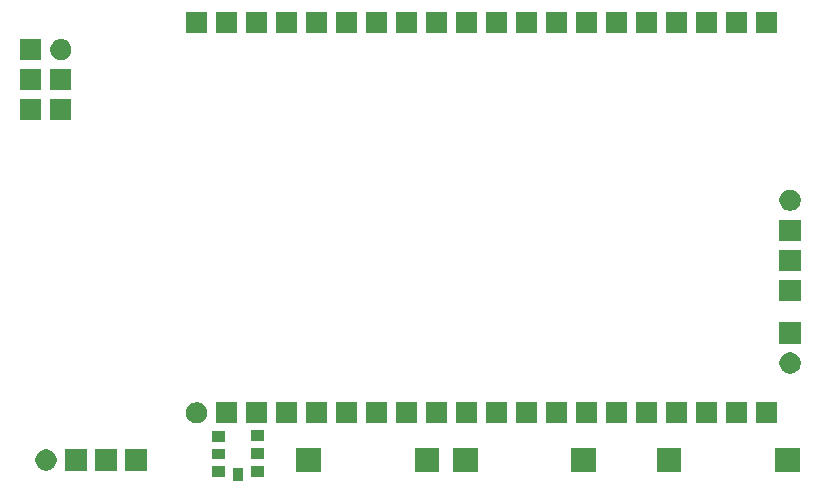
<source format=gbr>
G04 #@! TF.GenerationSoftware,KiCad,Pcbnew,(5.1.2-1)-1*
G04 #@! TF.CreationDate,2019-10-19T13:23:49+03:00*
G04 #@! TF.ProjectId,mag,6d61672e-6b69-4636-9164-5f7063625858,rev?*
G04 #@! TF.SameCoordinates,Original*
G04 #@! TF.FileFunction,Soldermask,Top*
G04 #@! TF.FilePolarity,Negative*
%FSLAX46Y46*%
G04 Gerber Fmt 4.6, Leading zero omitted, Abs format (unit mm)*
G04 Created by KiCad (PCBNEW (5.1.2-1)-1) date 2019-10-19 13:23:49*
%MOMM*%
%LPD*%
G04 APERTURE LIST*
%ADD10C,0.100000*%
G04 APERTURE END LIST*
D10*
G36*
X121700000Y-80750000D02*
G01*
X120800000Y-80750000D01*
X120800000Y-79650000D01*
X121700000Y-79650000D01*
X121700000Y-80750000D01*
X121700000Y-80750000D01*
G37*
G36*
X123450000Y-80450000D02*
G01*
X122350000Y-80450000D01*
X122350000Y-79550000D01*
X123450000Y-79550000D01*
X123450000Y-80450000D01*
X123450000Y-80450000D01*
G37*
G36*
X120150000Y-80450000D02*
G01*
X119050000Y-80450000D01*
X119050000Y-79550000D01*
X120150000Y-79550000D01*
X120150000Y-80450000D01*
X120150000Y-80450000D01*
G37*
G36*
X141550000Y-80050000D02*
G01*
X139450000Y-80050000D01*
X139450000Y-77950000D01*
X141550000Y-77950000D01*
X141550000Y-80050000D01*
X141550000Y-80050000D01*
G37*
G36*
X138300000Y-80050000D02*
G01*
X136200000Y-80050000D01*
X136200000Y-77950000D01*
X138300000Y-77950000D01*
X138300000Y-80050000D01*
X138300000Y-80050000D01*
G37*
G36*
X128300000Y-80050000D02*
G01*
X126200000Y-80050000D01*
X126200000Y-77950000D01*
X128300000Y-77950000D01*
X128300000Y-80050000D01*
X128300000Y-80050000D01*
G37*
G36*
X151550000Y-80050000D02*
G01*
X149450000Y-80050000D01*
X149450000Y-77950000D01*
X151550000Y-77950000D01*
X151550000Y-80050000D01*
X151550000Y-80050000D01*
G37*
G36*
X158800000Y-80050000D02*
G01*
X156700000Y-80050000D01*
X156700000Y-77950000D01*
X158800000Y-77950000D01*
X158800000Y-80050000D01*
X158800000Y-80050000D01*
G37*
G36*
X168800000Y-80050000D02*
G01*
X166700000Y-80050000D01*
X166700000Y-77950000D01*
X168800000Y-77950000D01*
X168800000Y-80050000D01*
X168800000Y-80050000D01*
G37*
G36*
X113520000Y-79900000D02*
G01*
X111720000Y-79900000D01*
X111720000Y-78100000D01*
X113520000Y-78100000D01*
X113520000Y-79900000D01*
X113520000Y-79900000D01*
G37*
G36*
X110980000Y-79900000D02*
G01*
X109180000Y-79900000D01*
X109180000Y-78100000D01*
X110980000Y-78100000D01*
X110980000Y-79900000D01*
X110980000Y-79900000D01*
G37*
G36*
X108440000Y-79900000D02*
G01*
X106640000Y-79900000D01*
X106640000Y-78100000D01*
X108440000Y-78100000D01*
X108440000Y-79900000D01*
X108440000Y-79900000D01*
G37*
G36*
X105262520Y-78134586D02*
G01*
X105262522Y-78134587D01*
X105262523Y-78134587D01*
X105323025Y-78159648D01*
X105426310Y-78202430D01*
X105573717Y-78300924D01*
X105699076Y-78426283D01*
X105797570Y-78573690D01*
X105865414Y-78737480D01*
X105900000Y-78911358D01*
X105900000Y-79088642D01*
X105865414Y-79262520D01*
X105797570Y-79426310D01*
X105699076Y-79573717D01*
X105573717Y-79699076D01*
X105426310Y-79797570D01*
X105323025Y-79840352D01*
X105262523Y-79865413D01*
X105262522Y-79865413D01*
X105262520Y-79865414D01*
X105088642Y-79900000D01*
X104911358Y-79900000D01*
X104737480Y-79865414D01*
X104737478Y-79865413D01*
X104737477Y-79865413D01*
X104676975Y-79840352D01*
X104573690Y-79797570D01*
X104426283Y-79699076D01*
X104300924Y-79573717D01*
X104202430Y-79426310D01*
X104134586Y-79262520D01*
X104100000Y-79088642D01*
X104100000Y-78911358D01*
X104134586Y-78737480D01*
X104202430Y-78573690D01*
X104300924Y-78426283D01*
X104426283Y-78300924D01*
X104573690Y-78202430D01*
X104676975Y-78159648D01*
X104737477Y-78134587D01*
X104737478Y-78134587D01*
X104737480Y-78134586D01*
X104911358Y-78100000D01*
X105088642Y-78100000D01*
X105262520Y-78134586D01*
X105262520Y-78134586D01*
G37*
G36*
X120150000Y-78950000D02*
G01*
X119050000Y-78950000D01*
X119050000Y-78050000D01*
X120150000Y-78050000D01*
X120150000Y-78950000D01*
X120150000Y-78950000D01*
G37*
G36*
X123450000Y-78900000D02*
G01*
X122350000Y-78900000D01*
X122350000Y-78000000D01*
X123450000Y-78000000D01*
X123450000Y-78900000D01*
X123450000Y-78900000D01*
G37*
G36*
X120150000Y-77450000D02*
G01*
X119050000Y-77450000D01*
X119050000Y-76550000D01*
X120150000Y-76550000D01*
X120150000Y-77450000D01*
X120150000Y-77450000D01*
G37*
G36*
X123450000Y-77400000D02*
G01*
X122350000Y-77400000D01*
X122350000Y-76500000D01*
X123450000Y-76500000D01*
X123450000Y-77400000D01*
X123450000Y-77400000D01*
G37*
G36*
X123730000Y-75900000D02*
G01*
X121930000Y-75900000D01*
X121930000Y-74100000D01*
X123730000Y-74100000D01*
X123730000Y-75900000D01*
X123730000Y-75900000D01*
G37*
G36*
X121190000Y-75900000D02*
G01*
X119390000Y-75900000D01*
X119390000Y-74100000D01*
X121190000Y-74100000D01*
X121190000Y-75900000D01*
X121190000Y-75900000D01*
G37*
G36*
X118012520Y-74134586D02*
G01*
X118012522Y-74134587D01*
X118012523Y-74134587D01*
X118073025Y-74159648D01*
X118176310Y-74202430D01*
X118323717Y-74300924D01*
X118449076Y-74426283D01*
X118547570Y-74573690D01*
X118615414Y-74737480D01*
X118650000Y-74911358D01*
X118650000Y-75088642D01*
X118615414Y-75262520D01*
X118547570Y-75426310D01*
X118449076Y-75573717D01*
X118323717Y-75699076D01*
X118176310Y-75797570D01*
X118073025Y-75840352D01*
X118012523Y-75865413D01*
X118012522Y-75865413D01*
X118012520Y-75865414D01*
X117838642Y-75900000D01*
X117661358Y-75900000D01*
X117487480Y-75865414D01*
X117487478Y-75865413D01*
X117487477Y-75865413D01*
X117426975Y-75840352D01*
X117323690Y-75797570D01*
X117176283Y-75699076D01*
X117050924Y-75573717D01*
X116952430Y-75426310D01*
X116884586Y-75262520D01*
X116850000Y-75088642D01*
X116850000Y-74911358D01*
X116884586Y-74737480D01*
X116952430Y-74573690D01*
X117050924Y-74426283D01*
X117176283Y-74300924D01*
X117323690Y-74202430D01*
X117426975Y-74159648D01*
X117487477Y-74134587D01*
X117487478Y-74134587D01*
X117487480Y-74134586D01*
X117661358Y-74100000D01*
X117838642Y-74100000D01*
X118012520Y-74134586D01*
X118012520Y-74134586D01*
G37*
G36*
X166910000Y-75900000D02*
G01*
X165110000Y-75900000D01*
X165110000Y-74100000D01*
X166910000Y-74100000D01*
X166910000Y-75900000D01*
X166910000Y-75900000D01*
G37*
G36*
X164370000Y-75900000D02*
G01*
X162570000Y-75900000D01*
X162570000Y-74100000D01*
X164370000Y-74100000D01*
X164370000Y-75900000D01*
X164370000Y-75900000D01*
G37*
G36*
X161830000Y-75900000D02*
G01*
X160030000Y-75900000D01*
X160030000Y-74100000D01*
X161830000Y-74100000D01*
X161830000Y-75900000D01*
X161830000Y-75900000D01*
G37*
G36*
X159290000Y-75900000D02*
G01*
X157490000Y-75900000D01*
X157490000Y-74100000D01*
X159290000Y-74100000D01*
X159290000Y-75900000D01*
X159290000Y-75900000D01*
G37*
G36*
X156750000Y-75900000D02*
G01*
X154950000Y-75900000D01*
X154950000Y-74100000D01*
X156750000Y-74100000D01*
X156750000Y-75900000D01*
X156750000Y-75900000D01*
G37*
G36*
X154210000Y-75900000D02*
G01*
X152410000Y-75900000D01*
X152410000Y-74100000D01*
X154210000Y-74100000D01*
X154210000Y-75900000D01*
X154210000Y-75900000D01*
G37*
G36*
X151670000Y-75900000D02*
G01*
X149870000Y-75900000D01*
X149870000Y-74100000D01*
X151670000Y-74100000D01*
X151670000Y-75900000D01*
X151670000Y-75900000D01*
G37*
G36*
X149130000Y-75900000D02*
G01*
X147330000Y-75900000D01*
X147330000Y-74100000D01*
X149130000Y-74100000D01*
X149130000Y-75900000D01*
X149130000Y-75900000D01*
G37*
G36*
X146590000Y-75900000D02*
G01*
X144790000Y-75900000D01*
X144790000Y-74100000D01*
X146590000Y-74100000D01*
X146590000Y-75900000D01*
X146590000Y-75900000D01*
G37*
G36*
X144050000Y-75900000D02*
G01*
X142250000Y-75900000D01*
X142250000Y-74100000D01*
X144050000Y-74100000D01*
X144050000Y-75900000D01*
X144050000Y-75900000D01*
G37*
G36*
X141510000Y-75900000D02*
G01*
X139710000Y-75900000D01*
X139710000Y-74100000D01*
X141510000Y-74100000D01*
X141510000Y-75900000D01*
X141510000Y-75900000D01*
G37*
G36*
X138970000Y-75900000D02*
G01*
X137170000Y-75900000D01*
X137170000Y-74100000D01*
X138970000Y-74100000D01*
X138970000Y-75900000D01*
X138970000Y-75900000D01*
G37*
G36*
X136430000Y-75900000D02*
G01*
X134630000Y-75900000D01*
X134630000Y-74100000D01*
X136430000Y-74100000D01*
X136430000Y-75900000D01*
X136430000Y-75900000D01*
G37*
G36*
X133890000Y-75900000D02*
G01*
X132090000Y-75900000D01*
X132090000Y-74100000D01*
X133890000Y-74100000D01*
X133890000Y-75900000D01*
X133890000Y-75900000D01*
G37*
G36*
X131350000Y-75900000D02*
G01*
X129550000Y-75900000D01*
X129550000Y-74100000D01*
X131350000Y-74100000D01*
X131350000Y-75900000D01*
X131350000Y-75900000D01*
G37*
G36*
X128810000Y-75900000D02*
G01*
X127010000Y-75900000D01*
X127010000Y-74100000D01*
X128810000Y-74100000D01*
X128810000Y-75900000D01*
X128810000Y-75900000D01*
G37*
G36*
X126270000Y-75900000D02*
G01*
X124470000Y-75900000D01*
X124470000Y-74100000D01*
X126270000Y-74100000D01*
X126270000Y-75900000D01*
X126270000Y-75900000D01*
G37*
G36*
X168262520Y-69924586D02*
G01*
X168262522Y-69924587D01*
X168262523Y-69924587D01*
X168323025Y-69949648D01*
X168426310Y-69992430D01*
X168573717Y-70090924D01*
X168699076Y-70216283D01*
X168797570Y-70363690D01*
X168865414Y-70527480D01*
X168900000Y-70701358D01*
X168900000Y-70878642D01*
X168865414Y-71052520D01*
X168797570Y-71216310D01*
X168699076Y-71363717D01*
X168573717Y-71489076D01*
X168426310Y-71587570D01*
X168323025Y-71630352D01*
X168262523Y-71655413D01*
X168262522Y-71655413D01*
X168262520Y-71655414D01*
X168088642Y-71690000D01*
X167911358Y-71690000D01*
X167737480Y-71655414D01*
X167737478Y-71655413D01*
X167737477Y-71655413D01*
X167676975Y-71630352D01*
X167573690Y-71587570D01*
X167426283Y-71489076D01*
X167300924Y-71363717D01*
X167202430Y-71216310D01*
X167134586Y-71052520D01*
X167100000Y-70878642D01*
X167100000Y-70701358D01*
X167134586Y-70527480D01*
X167202430Y-70363690D01*
X167300924Y-70216283D01*
X167426283Y-70090924D01*
X167573690Y-69992430D01*
X167676975Y-69949648D01*
X167737477Y-69924587D01*
X167737478Y-69924587D01*
X167737480Y-69924586D01*
X167911358Y-69890000D01*
X168088642Y-69890000D01*
X168262520Y-69924586D01*
X168262520Y-69924586D01*
G37*
G36*
X168900000Y-69150000D02*
G01*
X167100000Y-69150000D01*
X167100000Y-67350000D01*
X168900000Y-67350000D01*
X168900000Y-69150000D01*
X168900000Y-69150000D01*
G37*
G36*
X168900000Y-65520000D02*
G01*
X167100000Y-65520000D01*
X167100000Y-63720000D01*
X168900000Y-63720000D01*
X168900000Y-65520000D01*
X168900000Y-65520000D01*
G37*
G36*
X168900000Y-62980000D02*
G01*
X167100000Y-62980000D01*
X167100000Y-61180000D01*
X168900000Y-61180000D01*
X168900000Y-62980000D01*
X168900000Y-62980000D01*
G37*
G36*
X168900000Y-60440000D02*
G01*
X167100000Y-60440000D01*
X167100000Y-58640000D01*
X168900000Y-58640000D01*
X168900000Y-60440000D01*
X168900000Y-60440000D01*
G37*
G36*
X168262520Y-56134586D02*
G01*
X168262522Y-56134587D01*
X168262523Y-56134587D01*
X168323025Y-56159648D01*
X168426310Y-56202430D01*
X168573717Y-56300924D01*
X168699076Y-56426283D01*
X168797570Y-56573690D01*
X168865414Y-56737480D01*
X168900000Y-56911358D01*
X168900000Y-57088642D01*
X168865414Y-57262520D01*
X168797570Y-57426310D01*
X168699076Y-57573717D01*
X168573717Y-57699076D01*
X168426310Y-57797570D01*
X168323025Y-57840352D01*
X168262523Y-57865413D01*
X168262522Y-57865413D01*
X168262520Y-57865414D01*
X168088642Y-57900000D01*
X167911358Y-57900000D01*
X167737480Y-57865414D01*
X167737478Y-57865413D01*
X167737477Y-57865413D01*
X167676975Y-57840352D01*
X167573690Y-57797570D01*
X167426283Y-57699076D01*
X167300924Y-57573717D01*
X167202430Y-57426310D01*
X167134586Y-57262520D01*
X167100000Y-57088642D01*
X167100000Y-56911358D01*
X167134586Y-56737480D01*
X167202430Y-56573690D01*
X167300924Y-56426283D01*
X167426283Y-56300924D01*
X167573690Y-56202430D01*
X167676975Y-56159648D01*
X167737477Y-56134587D01*
X167737478Y-56134587D01*
X167737480Y-56134586D01*
X167911358Y-56100000D01*
X168088642Y-56100000D01*
X168262520Y-56134586D01*
X168262520Y-56134586D01*
G37*
G36*
X104610000Y-50230000D02*
G01*
X102810000Y-50230000D01*
X102810000Y-48430000D01*
X104610000Y-48430000D01*
X104610000Y-50230000D01*
X104610000Y-50230000D01*
G37*
G36*
X107150000Y-50230000D02*
G01*
X105350000Y-50230000D01*
X105350000Y-48430000D01*
X107150000Y-48430000D01*
X107150000Y-50230000D01*
X107150000Y-50230000D01*
G37*
G36*
X104610000Y-47690000D02*
G01*
X102810000Y-47690000D01*
X102810000Y-45890000D01*
X104610000Y-45890000D01*
X104610000Y-47690000D01*
X104610000Y-47690000D01*
G37*
G36*
X107150000Y-47690000D02*
G01*
X105350000Y-47690000D01*
X105350000Y-45890000D01*
X107150000Y-45890000D01*
X107150000Y-47690000D01*
X107150000Y-47690000D01*
G37*
G36*
X104610000Y-45150000D02*
G01*
X102810000Y-45150000D01*
X102810000Y-43350000D01*
X104610000Y-43350000D01*
X104610000Y-45150000D01*
X104610000Y-45150000D01*
G37*
G36*
X106512520Y-43384586D02*
G01*
X106512522Y-43384587D01*
X106512523Y-43384587D01*
X106573025Y-43409648D01*
X106676310Y-43452430D01*
X106823717Y-43550924D01*
X106949076Y-43676283D01*
X107047570Y-43823690D01*
X107115414Y-43987480D01*
X107150000Y-44161358D01*
X107150000Y-44338642D01*
X107115414Y-44512520D01*
X107047570Y-44676310D01*
X106949076Y-44823717D01*
X106823717Y-44949076D01*
X106676310Y-45047570D01*
X106573025Y-45090352D01*
X106512523Y-45115413D01*
X106512522Y-45115413D01*
X106512520Y-45115414D01*
X106338642Y-45150000D01*
X106161358Y-45150000D01*
X105987480Y-45115414D01*
X105987478Y-45115413D01*
X105987477Y-45115413D01*
X105926975Y-45090352D01*
X105823690Y-45047570D01*
X105676283Y-44949076D01*
X105550924Y-44823717D01*
X105452430Y-44676310D01*
X105384586Y-44512520D01*
X105350000Y-44338642D01*
X105350000Y-44161358D01*
X105384586Y-43987480D01*
X105452430Y-43823690D01*
X105550924Y-43676283D01*
X105676283Y-43550924D01*
X105823690Y-43452430D01*
X105926975Y-43409648D01*
X105987477Y-43384587D01*
X105987478Y-43384587D01*
X105987480Y-43384586D01*
X106161358Y-43350000D01*
X106338642Y-43350000D01*
X106512520Y-43384586D01*
X106512520Y-43384586D01*
G37*
G36*
X141510000Y-42880000D02*
G01*
X139710000Y-42880000D01*
X139710000Y-41080000D01*
X141510000Y-41080000D01*
X141510000Y-42880000D01*
X141510000Y-42880000D01*
G37*
G36*
X144050000Y-42880000D02*
G01*
X142250000Y-42880000D01*
X142250000Y-41080000D01*
X144050000Y-41080000D01*
X144050000Y-42880000D01*
X144050000Y-42880000D01*
G37*
G36*
X146590000Y-42880000D02*
G01*
X144790000Y-42880000D01*
X144790000Y-41080000D01*
X146590000Y-41080000D01*
X146590000Y-42880000D01*
X146590000Y-42880000D01*
G37*
G36*
X149130000Y-42880000D02*
G01*
X147330000Y-42880000D01*
X147330000Y-41080000D01*
X149130000Y-41080000D01*
X149130000Y-42880000D01*
X149130000Y-42880000D01*
G37*
G36*
X151670000Y-42880000D02*
G01*
X149870000Y-42880000D01*
X149870000Y-41080000D01*
X151670000Y-41080000D01*
X151670000Y-42880000D01*
X151670000Y-42880000D01*
G37*
G36*
X154210000Y-42880000D02*
G01*
X152410000Y-42880000D01*
X152410000Y-41080000D01*
X154210000Y-41080000D01*
X154210000Y-42880000D01*
X154210000Y-42880000D01*
G37*
G36*
X156750000Y-42880000D02*
G01*
X154950000Y-42880000D01*
X154950000Y-41080000D01*
X156750000Y-41080000D01*
X156750000Y-42880000D01*
X156750000Y-42880000D01*
G37*
G36*
X159290000Y-42880000D02*
G01*
X157490000Y-42880000D01*
X157490000Y-41080000D01*
X159290000Y-41080000D01*
X159290000Y-42880000D01*
X159290000Y-42880000D01*
G37*
G36*
X118650000Y-42880000D02*
G01*
X116850000Y-42880000D01*
X116850000Y-41080000D01*
X118650000Y-41080000D01*
X118650000Y-42880000D01*
X118650000Y-42880000D01*
G37*
G36*
X164370000Y-42880000D02*
G01*
X162570000Y-42880000D01*
X162570000Y-41080000D01*
X164370000Y-41080000D01*
X164370000Y-42880000D01*
X164370000Y-42880000D01*
G37*
G36*
X166910000Y-42880000D02*
G01*
X165110000Y-42880000D01*
X165110000Y-41080000D01*
X166910000Y-41080000D01*
X166910000Y-42880000D01*
X166910000Y-42880000D01*
G37*
G36*
X161830000Y-42880000D02*
G01*
X160030000Y-42880000D01*
X160030000Y-41080000D01*
X161830000Y-41080000D01*
X161830000Y-42880000D01*
X161830000Y-42880000D01*
G37*
G36*
X138970000Y-42880000D02*
G01*
X137170000Y-42880000D01*
X137170000Y-41080000D01*
X138970000Y-41080000D01*
X138970000Y-42880000D01*
X138970000Y-42880000D01*
G37*
G36*
X136430000Y-42880000D02*
G01*
X134630000Y-42880000D01*
X134630000Y-41080000D01*
X136430000Y-41080000D01*
X136430000Y-42880000D01*
X136430000Y-42880000D01*
G37*
G36*
X133890000Y-42880000D02*
G01*
X132090000Y-42880000D01*
X132090000Y-41080000D01*
X133890000Y-41080000D01*
X133890000Y-42880000D01*
X133890000Y-42880000D01*
G37*
G36*
X131350000Y-42880000D02*
G01*
X129550000Y-42880000D01*
X129550000Y-41080000D01*
X131350000Y-41080000D01*
X131350000Y-42880000D01*
X131350000Y-42880000D01*
G37*
G36*
X128810000Y-42880000D02*
G01*
X127010000Y-42880000D01*
X127010000Y-41080000D01*
X128810000Y-41080000D01*
X128810000Y-42880000D01*
X128810000Y-42880000D01*
G37*
G36*
X126270000Y-42880000D02*
G01*
X124470000Y-42880000D01*
X124470000Y-41080000D01*
X126270000Y-41080000D01*
X126270000Y-42880000D01*
X126270000Y-42880000D01*
G37*
G36*
X123730000Y-42880000D02*
G01*
X121930000Y-42880000D01*
X121930000Y-41080000D01*
X123730000Y-41080000D01*
X123730000Y-42880000D01*
X123730000Y-42880000D01*
G37*
G36*
X121190000Y-42880000D02*
G01*
X119390000Y-42880000D01*
X119390000Y-41080000D01*
X121190000Y-41080000D01*
X121190000Y-42880000D01*
X121190000Y-42880000D01*
G37*
M02*

</source>
